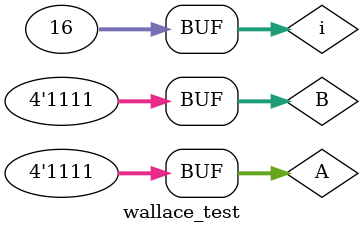
<source format=v>
`timescale 1ns / 1ps


module wallace_test;

	// Inputs
	reg [3:0] A;
	reg [3:0] B;
	integer i;
	// Outputs
	wire [7:0] prod;

	// Instantiate the Unit Under Test (UUT)
	wallace uut (
		.A(A), 
		.B(B), 
		.prod(prod)
	);

	initial begin
		// Initialize Inputs
		A = 0;
		B = 0;
		i=0;

		// Wait 100 ns for global reset to finish
//		#3;
//		A = 0;
//		B = 0;
//		$monitor("a=%d b=%d \t output value mul =%d",A,B,prod);
//     
		#3
		A = 0;
		for (i=0;i<=15;i=i+1) begin
					 B = i;
					 
		$monitor("a=%d b=%d \t output value mul =%d ",A,B,prod);					
					 #3;
	end

		#3
		A = 1;
		for (i=0;i<=15;i=i+1) begin
					 B = i;
					 
		$monitor("a=%d b=%d \t output value mul =%d ",A,B,prod);					
					 #3;
	end
	#3
		A = 2;
		for (i=0;i<=15;i=i+1) begin
					 B = i;
					 
		$monitor("a=%d b=%d \t output value mul =%d ",A,B,prod);					
					 #3;
	end
	#3
		A = 3;
		for (i=0;i<=15;i=i+1) begin
					 B = i;
					 
		$monitor( "a=%d b=%d \t output value mul =%d ",A,B,prod);					
					 #3;
	end	
	#3
		A = 4;
		for (i=0;i<=15;i=i+1) begin
					 B = i;
					 
		$monitor( "a=%d b=%d \t output value mul =%d ",A,B,prod);					
					 #3;
	end
	#3
		A = 5;
		for (i=0;i<=15;i=i+1) begin
					 B = i;
					 
		$monitor( "a=%d b=%d \t output value mul =%d ",A,B,prod);					
					 #3;
	end
	#3
		A = 6;
		for (i=0;i<=15;i=i+1) begin
					 B = i;
					 
		$monitor( "a=%d b=%d \t output value mul =%d ",A,B,prod);					
					 #3;
	end
	#3
		A = 7;
		for (i=0;i<=15;i=i+1) begin
					 B = i;
					 
		$monitor( "a=%d b=%d \t output value mul =%d ",A,B,prod);					
					 #3;
	end
	#3
		A = 8;
		for (i=0;i<=15;i=i+1) begin
					 B = i;
					 
		$monitor( "a=%d b=%d \t output value mul =%d ",A,B,prod);					
					 #3;
	end
	#3
		A = 9;
		for (i=0;i<=15;i=i+1) begin
					 B = i;
					 
		$monitor( "a=%d b=%d \t output value mul =%d ",A,B,prod);					
					 #3;
	end
	#3
		A = 10;
		for (i=0;i<=15;i=i+1) begin
					 B = i;
					 
		$monitor( "a=%d b=%d \t output value mul =%d ",A,B,prod);					
					 #3;
	end
	#3
		A = 11;
		for (i=0;i<=15;i=i+1) begin
					 B = i;
					 
		$monitor( "a=%d b=%d \t output value mul =%d ",A,B,prod);					
					 #3;
	end
	#3
		A = 12;
		for (i=0;i<=15;i=i+1) begin
					 B = i;
					 
		$monitor( "a=%d b=%d \t output value mul =%d ",A,B,prod);					
					 #3;
	end
	#3
		A = 13;
		for (i=0;i<=15;i=i+1) begin
					 B = i;
					 
		$monitor( "a=%d b=%d \t output value mul =%d ",A,B,prod);					
					 #3;
	end
	#3
		A = 14;
		for (i=0;i<=15;i=i+1) begin
					 B = i;
					 
		$monitor( "a=%d b=%d \t output value mul =%d ",A,B,prod);					
					 #3;
	end
	#3
		A = 15;
		for (i=0;i<=15;i=i+1) begin
					 B = i;
					 
		$monitor( "a=%d b=%d \t output value mul =%d ",A,B,prod);					
					 #3;
	end
	
	end
      
endmodule


</source>
